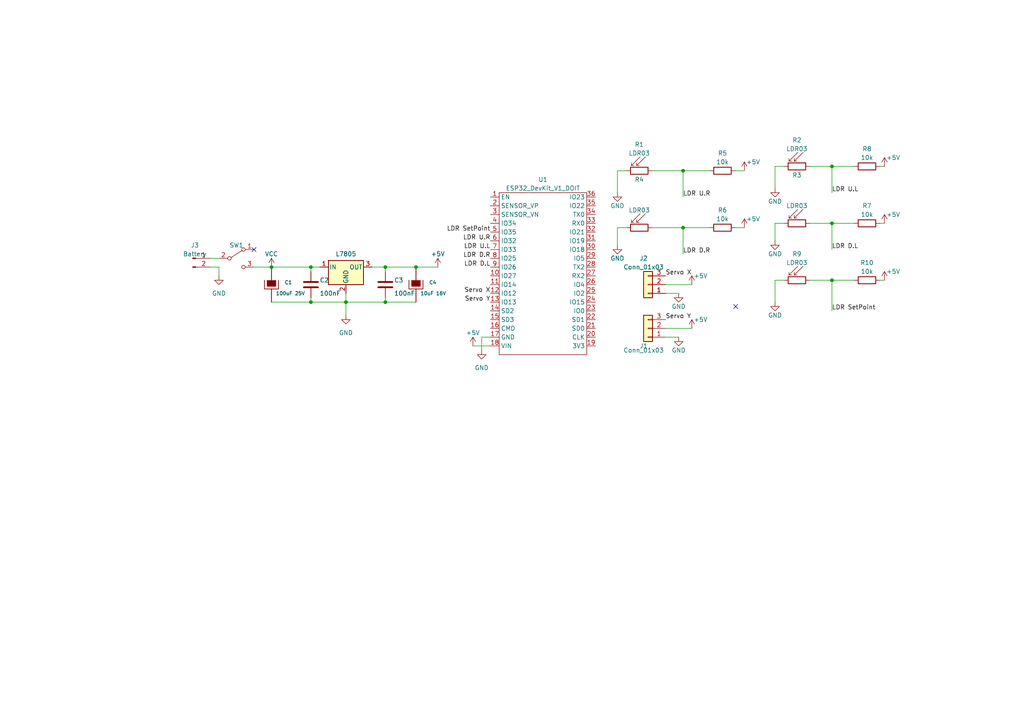
<source format=kicad_sch>
(kicad_sch (version 20230121) (generator eeschema)
  (paper "A4")
  (lib_symbols
    (symbol "Connector:Conn_01x02_Pin" (pin_names (offset 1.016) hide)
      (property "Reference" "J" (at 0 2.54 0))
      (property "Value" "Conn_01x02_Pin" (at 0 -5.08 0))
      (symbol "Conn_01x02_Pin_1_1"
        (polyline (pts (xy 1.27 -2.54) (xy 0.8636 -2.54)) (stroke (width 0.1524)))
        (polyline (pts (xy 1.27 0) (xy 0.8636 0)) (stroke (width 0.1524)))
        (rectangle (start 0.8636 -2.413) (end 0 -2.667) (stroke (width 0.1524)) (fill (type outline)))
        (rectangle (start 0.8636 0.127) (end 0 -0.127) (stroke (width 0.1524)) (fill (type outline)))
        (pin passive line (at 5.08 0 180) (length 3.81) (name "Pin_1") (number "1"))
        (pin passive line (at 5.08 -2.54 180) (length 3.81) (name "Pin_2") (number "2"))
      )
    )
    (symbol "Connector_Generic:Conn_01x03" (pin_names (offset 1.016) hide)
      (property "Reference" "J" (at 0 5.08 0))
      (property "Value" "Conn_01x03" (at 0 -5.08 0))
      (symbol "Conn_01x03_1_1"
        (rectangle (start -1.27 -2.413) (end 0 -2.667) (stroke (width 0.1524)))
        (rectangle (start -1.27 0.127) (end 0 -0.127) (stroke (width 0.1524)))
        (rectangle (start -1.27 2.667) (end 0 2.413) (stroke (width 0.1524)))
        (rectangle (start -1.27 3.81) (end 1.27 -3.81) (stroke (width 0.254)) (fill (type background)))
        (pin passive line (at -5.08 2.54 0) (length 3.81) (name "Pin_1") (number "1"))
        (pin passive line (at -5.08 0 0) (length 3.81) (name "Pin_2") (number "2"))
        (pin passive line (at -5.08 -2.54 0) (length 3.81) (name "Pin_3") (number "3"))
      )
    )
    (symbol "Device:C" (pin_numbers hide) (pin_names (offset 0.254))
      (property "Reference" "C" (at 0.635 2.54 0))
      (property "Value" "C" (at 0.635 -2.54 0))
      (symbol "C_0_1"
        (polyline (pts (xy -2.032 -0.762) (xy 2.032 -0.762)) (stroke (width 0.508)))
        (polyline (pts (xy -2.032 0.762) (xy 2.032 0.762)) (stroke (width 0.508)))
      )
      (symbol "C_1_1"
        (pin passive line (at 0 3.81 270) (length 2.794) (name "~") (number "1"))
        (pin passive line (at 0 -3.81 90) (length 2.794) (name "~") (number "2"))
      )
    )
    (symbol "Device:R" (pin_numbers hide) (pin_names (offset 0))
      (property "Reference" "R" (at 2.032 0 90))
      (property "Value" "R" (at 0 0 90))
      (symbol "R_0_1"
        (rectangle (start -1.016 -2.54) (end 1.016 2.54) (stroke (width 0.254)))
      )
      (symbol "R_1_1"
        (pin passive line (at 0 3.81 270) (length 1.27) (name "~") (number "1"))
        (pin passive line (at 0 -3.81 90) (length 1.27) (name "~") (number "2"))
      )
    )
    (symbol "EEST N°5:CAPAPOL" (pin_numbers hide) (pin_names (offset 0.254) hide)
      (property "Reference" "C" (at 1.27 2.54 0))
      (property "Value" "CAPAPOL" (at 1.27 -2.54 0))
      (symbol "CAPAPOL_0_1"
        (polyline (pts (xy -2.032 1.27) (xy -2.032 -1.27) (xy 2.032 -1.27) (xy 2.032 1.27)) (stroke (width 0.2032)))
        (polyline (pts (xy -1.27 1.27) (xy -1.27 -0.508) (xy 1.27 -0.508) (xy 1.27 1.27)) (fill (type outline)))
      )
      (symbol "CAPAPOL_1_1"
        (pin passive line (at 0 5.08 270) (length 3.81) (name "~") (number "1"))
        (pin passive line (at 0 -5.08 90) (length 3.81) (name "~") (number "2"))
      )
    )
    (symbol "EEST N°5:ESP32_DevKit_V1_DOIT"
      (property "Reference" "U" (at -11.43 34.29 0))
      (property "Value" "ESP32_DevKit_V1_DOIT" (at 11.43 34.29 0))
      (symbol "ESP32_DevKit_V1_DOIT_0_0"
        (pin bidirectional line (at 15.24 25.4 180) (length 2.54) (name "TX0") (number "34"))
        (pin bidirectional line (at 15.24 27.94 180) (length 2.54) (name "IO22") (number "35"))
        (pin bidirectional line (at 15.24 30.48 180) (length 2.54) (name "IO23") (number "36"))
      )
      (symbol "ESP32_DevKit_V1_DOIT_0_1"
        (rectangle (start -12.7 31.75) (end 12.7 -15.24))
      )
      (symbol "ESP32_DevKit_V1_DOIT_1_1"
        (pin input line (at -15.24 30.48 0) (length 2.54) (name "EN") (number "1"))
        (pin bidirectional line (at -15.24 7.62 0) (length 2.54) (name "IO27") (number "10"))
        (pin bidirectional line (at -15.24 5.08 0) (length 2.54) (name "IO14") (number "11"))
        (pin bidirectional line (at -15.24 2.54 0) (length 2.54) (name "IO12") (number "12"))
        (pin bidirectional line (at -15.24 0 0) (length 2.54) (name "IO13") (number "13"))
        (pin bidirectional line (at -15.24 -2.54 0) (length 2.54) (name "SD2") (number "14"))
        (pin bidirectional line (at -15.24 -5.08 0) (length 2.54) (name "SD3") (number "15"))
        (pin bidirectional line (at -15.24 -7.62 0) (length 2.54) (name "CMD") (number "16"))
        (pin power_in line (at -15.24 -10.16 0) (length 2.54) (name "GND") (number "17"))
        (pin power_in line (at -15.24 -12.7 0) (length 2.54) (name "VIN") (number "18"))
        (pin power_in line (at 15.24 -12.7 180) (length 2.54) (name "3V3") (number "19"))
        (pin input line (at -15.24 27.94 0) (length 2.54) (name "SENSOR_VP") (number "2"))
        (pin bidirectional line (at 15.24 -10.16 180) (length 2.54) (name "CLK") (number "20"))
        (pin bidirectional line (at 15.24 -7.62 180) (length 2.54) (name "SD0") (number "21"))
        (pin bidirectional line (at 15.24 -5.08 180) (length 2.54) (name "SD1") (number "22"))
        (pin bidirectional line (at 15.24 -2.54 180) (length 2.54) (name "IO0") (number "23"))
        (pin bidirectional line (at 15.24 0 180) (length 2.54) (name "IO15") (number "24"))
        (pin bidirectional line (at 15.24 2.54 180) (length 2.54) (name "IO2") (number "25"))
        (pin bidirectional line (at 15.24 5.08 180) (length 2.54) (name "IO4") (number "26"))
        (pin bidirectional line (at 15.24 7.62 180) (length 2.54) (name "RX2") (number "27"))
        (pin bidirectional line (at 15.24 10.16 180) (length 2.54) (name "TX2") (number "28"))
        (pin bidirectional line (at 15.24 12.7 180) (length 2.54) (name "IO5") (number "29"))
        (pin input line (at -15.24 25.4 0) (length 2.54) (name "SENSOR_VN") (number "3"))
        (pin bidirectional line (at 15.24 15.24 180) (length 2.54) (name "IO18") (number "30"))
        (pin bidirectional line (at 15.24 17.78 180) (length 2.54) (name "IO19") (number "31"))
        (pin bidirectional line (at 15.24 20.32 180) (length 2.54) (name "IO21") (number "32"))
        (pin bidirectional line (at 15.24 22.86 180) (length 2.54) (name "RX0") (number "33"))
        (pin input line (at -15.24 22.86 0) (length 2.54) (name "IO34") (number "4"))
        (pin input line (at -15.24 20.32 0) (length 2.54) (name "IO35") (number "5"))
        (pin bidirectional line (at -15.24 17.78 0) (length 2.54) (name "IO32") (number "6"))
        (pin bidirectional line (at -15.24 15.24 0) (length 2.54) (name "IO33") (number "7"))
        (pin bidirectional line (at -15.24 12.7 0) (length 2.54) (name "IO25") (number "8"))
        (pin bidirectional line (at -15.24 10.16 0) (length 2.54) (name "IO26") (number "9"))
      )
    )
    (symbol "EEST N°5:SW_SPDT" (pin_names (offset 0) hide)
      (property "Reference" "SW" (at 0 4.318 0))
      (symbol "SW_SPDT_0_0"
        (circle (center -2.032 0) (radius 0.508))
        (circle (center 2.032 -2.54) (radius 0.508))
      )
      (symbol "SW_SPDT_0_1"
        (polyline (pts (xy -1.524 0.254) (xy 1.651 2.286)))
        (circle (center 2.032 2.54) (radius 0.508))
      )
      (symbol "SW_SPDT_1_1"
        (pin passive line (at 5.08 2.54 180) (length 2.54) (name "A") (number "1"))
        (pin passive line (at -5.08 0 0) (length 2.54) (name "B") (number "2"))
        (pin passive line (at 5.08 -2.54 180) (length 2.54) (name "C") (number "3"))
      )
    )
    (symbol "Regulator_Linear:L7805" (pin_names (offset 0.254))
      (property "Reference" "U" (at -3.81 3.175 0))
      (property "Value" "L7805" (at 0 3.175 0))
      (symbol "L7805_0_1"
        (rectangle (start -5.08 1.905) (end 5.08 -5.08) (stroke (width 0.254)) (fill (type background)))
      )
      (symbol "L7805_1_1"
        (pin power_in line (at -7.62 0 0) (length 2.54) (name "IN") (number "1"))
        (pin power_in line (at 0 -7.62 90) (length 2.54) (name "GND") (number "2"))
        (pin power_out line (at 7.62 0 180) (length 2.54) (name "OUT") (number "3"))
      )
    )
    (symbol "Sensor_Optical:LDR03" (pin_numbers hide) (pin_names (offset 0))
      (property "Reference" "R" (at -5.08 0 90))
      (property "Value" "LDR03" (at 1.905 0 90))
      (symbol "LDR03_0_1"
        (rectangle (start -1.016 2.54) (end 1.016 -2.54) (stroke (width 0.254)))
        (polyline (pts (xy -1.524 -2.286) (xy -4.064 0.254)))
        (polyline (pts (xy -1.524 -2.286) (xy -2.286 -2.286)))
        (polyline (pts (xy -1.524 -2.286) (xy -1.524 -1.524)))
        (polyline (pts (xy -1.524 -0.762) (xy -4.064 1.778)))
        (polyline (pts (xy -1.524 -0.762) (xy -2.286 -0.762)))
        (polyline (pts (xy -1.524 -0.762) (xy -1.524 0)))
      )
      (symbol "LDR03_1_1"
        (pin passive line (at 0 3.81 270) (length 1.27) (name "~") (number "1"))
        (pin passive line (at 0 -3.81 90) (length 1.27) (name "~") (number "2"))
      )
    )
    (symbol "power:+5V" (power) (pin_names (offset 0))
      (property "Value" "+5V" (at 0 3.556 0))
      (symbol "+5V_0_1"
        (polyline (pts (xy -0.762 1.27) (xy 0 2.54)))
        (polyline (pts (xy 0 0) (xy 0 2.54)))
        (polyline (pts (xy 0 2.54) (xy 0.762 1.27)))
      )
      (symbol "+5V_1_1"
        (pin power_in line (at 0 0 90) (length 0) hide (name "+5V") (number "1"))
      )
    )
    (symbol "power:GND" (power) (pin_names (offset 0))
      (property "Value" "GND" (at 0 -3.81 0))
      (symbol "GND_0_1"
        (polyline (pts (xy 0 0) (xy 0 -1.27) (xy 1.27 -1.27) (xy 0 -2.54) (xy -1.27 -1.27) (xy 0 -1.27)))
      )
      (symbol "GND_1_1"
        (pin power_in line (at 0 0 270) (length 0) hide (name "GND") (number "1"))
      )
    )
    (symbol "power:VCC" (power) (pin_names (offset 0))
      (property "Value" "VCC" (at 0 3.81 0))
      (symbol "VCC_0_1"
        (polyline (pts (xy -0.762 1.27) (xy 0 2.54)))
        (polyline (pts (xy 0 0) (xy 0 2.54)))
        (polyline (pts (xy 0 2.54) (xy 0.762 1.27)))
      )
      (symbol "VCC_1_1"
        (pin power_in line (at 0 0 90) (length 0) hide (name "VCC") (number "1"))
      )
    )
  )
  (junction (at 78.74 77.47))
  (junction (at 120.65 77.47))
  (junction (at 100.33 87.63))
  (junction (at 90.17 87.63))
  (junction (at 198.12 49.53))
  (junction (at 241.3 48.26))
  (junction (at 198.12 66.04))
  (junction (at 111.76 77.47))
  (junction (at 241.3 81.28))
  (junction (at 241.3 64.77))
  (junction (at 90.17 77.47))
  (junction (at 111.76 87.63))
  (no_connect (at 73.66 72.39))
  (no_connect (at 213.36 88.9))
  (wire (pts (xy 107.95 77.47) (xy 111.76 77.47)))
  (wire (pts (xy 193.04 82.55) (xy 200.66 82.55)))
  (wire (pts (xy 111.76 77.47) (xy 111.76 78.74)))
  (wire (pts (xy 100.33 87.63) (xy 111.76 87.63)))
  (wire (pts (xy 100.33 87.63) (xy 100.33 85.09)))
  (wire (pts (xy 255.27 48.26) (xy 256.54 48.26)))
  (wire (pts (xy 241.3 48.26) (xy 247.65 48.26)))
  (wire (pts (xy 90.17 87.63) (xy 100.33 87.63)))
  (wire (pts (xy 241.3 81.28) (xy 241.3 90.17)))
  (wire (pts (xy 120.65 77.47) (xy 127 77.47)))
  (wire (pts (xy 193.04 95.25) (xy 200.66 95.25)))
  (wire (pts (xy 224.79 81.28) (xy 227.33 81.28)))
  (wire (pts (xy 213.36 49.53) (xy 215.9 49.53)))
  (wire (pts (xy 90.17 77.47) (xy 92.71 77.47)))
  (wire (pts (xy 63.5 77.47) (xy 60.96 77.47)))
  (wire (pts (xy 224.79 64.77) (xy 227.33 64.77)))
  (wire (pts (xy 224.79 48.26) (xy 227.33 48.26)))
  (wire (pts (xy 241.3 81.28) (xy 247.65 81.28)))
  (wire (pts (xy 63.5 74.93) (xy 60.96 74.93)))
  (wire (pts (xy 198.12 49.53) (xy 198.12 57.15)))
  (wire (pts (xy 256.54 81.28) (xy 255.27 81.28)))
  (wire (pts (xy 193.04 97.79) (xy 196.85 97.79)))
  (wire (pts (xy 198.12 66.04) (xy 198.12 73.66)))
  (wire (pts (xy 137.16 100.33) (xy 142.24 100.33)))
  (wire (pts (xy 179.07 49.53) (xy 181.61 49.53)))
  (wire (pts (xy 241.3 48.26) (xy 241.3 55.88)))
  (wire (pts (xy 78.74 87.63) (xy 90.17 87.63)))
  (wire (pts (xy 234.95 81.28) (xy 241.3 81.28)))
  (wire (pts (xy 198.12 66.04) (xy 205.74 66.04)))
  (wire (pts (xy 179.07 66.04) (xy 181.61 66.04)))
  (wire (pts (xy 224.79 54.61) (xy 224.79 48.26)))
  (wire (pts (xy 111.76 77.47) (xy 120.65 77.47)))
  (wire (pts (xy 234.95 48.26) (xy 241.3 48.26)))
  (wire (pts (xy 213.36 66.04) (xy 215.9 66.04)))
  (wire (pts (xy 90.17 86.36) (xy 90.17 87.63)))
  (wire (pts (xy 189.23 66.04) (xy 198.12 66.04)))
  (wire (pts (xy 78.74 77.47) (xy 90.17 77.47)))
  (wire (pts (xy 63.5 80.01) (xy 63.5 77.47)))
  (wire (pts (xy 224.79 69.85) (xy 224.79 64.77)))
  (wire (pts (xy 73.66 77.47) (xy 78.74 77.47)))
  (wire (pts (xy 255.27 64.77) (xy 256.54 64.77)))
  (wire (pts (xy 179.07 71.12) (xy 179.07 66.04)))
  (wire (pts (xy 139.7 97.79) (xy 139.7 101.6)))
  (wire (pts (xy 142.24 97.79) (xy 139.7 97.79)))
  (wire (pts (xy 90.17 77.47) (xy 90.17 78.74)))
  (wire (pts (xy 189.23 49.53) (xy 198.12 49.53)))
  (wire (pts (xy 234.95 64.77) (xy 241.3 64.77)))
  (wire (pts (xy 111.76 87.63) (xy 120.65 87.63)))
  (wire (pts (xy 241.3 64.77) (xy 247.65 64.77)))
  (wire (pts (xy 193.04 85.09) (xy 196.85 85.09)))
  (wire (pts (xy 224.79 87.63) (xy 224.79 81.28)))
  (wire (pts (xy 241.3 64.77) (xy 241.3 72.39)))
  (wire (pts (xy 179.07 55.88) (xy 179.07 49.53)))
  (wire (pts (xy 100.33 91.44) (xy 100.33 87.63)))
  (wire (pts (xy 198.12 49.53) (xy 205.74 49.53)))
  (wire (pts (xy 111.76 86.36) (xy 111.76 87.63)))
  (label "Servo Y" (at 193.04 92.71 0))
  (label "LDR SetPoint" (at 241.3 90.17 0))
  (label "LDR D.L" (at 142.24 77.47 180))
  (label "LDR D.R" (at 198.12 73.66 0))
  (label "LDR SetPoint" (at 142.24 67.31 180))
  (label "LDR U.L" (at 241.3 55.88 0))
  (label "LDR U.R" (at 142.24 69.85 180))
  (label "Servo X" (at 142.24 85.09 180))
  (label "LDR D.L" (at 241.3 72.39 0))
  (label "Servo Y" (at 142.24 87.63 180))
  (label "LDR D.R" (at 142.24 74.93 180))
  (label "LDR U.L" (at 142.24 72.39 180))
  (label "LDR U.R" (at 198.12 57.15 0))
  (label "Servo X" (at 193.04 80.01 0))
  (symbol (lib_id "power:GND") (at 100.33 91.44 0) (unit 1)
    (property "Reference" "#PWR013" (effects hide))
    (property "Value" "GND" (at 100.33 96.52 0))
  )
  (symbol (lib_id "power:+5V") (at 200.66 82.55 0) (unit 1)
    (property "Reference" "#PWR03" (effects hide))
    (property "Value" "+5V" (at 203.2 80.01 0))
  )
  (symbol (lib_id "power:GND") (at 196.85 85.09 0) (unit 1)
    (property "Reference" "#PWR06" (effects hide))
    (property "Value" "GND" (at 196.85 88.9 0))
  )
  (symbol (lib_id "Connector:Conn_01x02_Pin") (at 55.88 74.93 0) (unit 1)
    (property "Reference" "J3" (at 56.515 71.12 0))
    (property "Value" "Battery" (at 56.515 73.66 0))
    (property "Footprint" "EESTN5:BORNERA2" (effects hide))
  )
  (symbol (lib_id "power:GND") (at 179.07 71.12 0) (unit 1)
    (property "Reference" "#PWR015" (effects hide))
    (property "Value" "GND" (at 179.07 74.93 0))
  )
  (symbol (lib_id "Connector_Generic:Conn_01x03") (at 187.96 82.55 180) (unit 1)
    (property "Reference" "J2" (at 186.69 74.93 0))
    (property "Value" "Conn_01x03" (at 186.69 77.47 0))
    (property "Footprint" "EESTN5:Pin_Header_3" (effects hide))
  )
  (symbol (lib_id "power:GND") (at 139.7 101.6 0) (unit 1)
    (property "Reference" "#PWR02" (effects hide))
    (property "Value" "GND" (at 139.7 106.68 0))
  )
  (symbol (lib_id "power:GND") (at 179.07 55.88 0) (unit 1)
    (property "Reference" "#PWR010" (effects hide))
    (property "Value" "GND" (at 179.07 59.69 0))
  )
  (symbol (lib_id "EEST N°5:CAPAPOL") (at 120.65 82.55 0) (unit 1)
    (property "Reference" "C4" (at 124.46 81.915 0) (effects (font (size 1.016 1.016)) (justify left)))
    (property "Value" "10uF 16V" (at 121.92 85.09 0) (effects (font (size 1.016 1.016)) (justify left)))
    (property "Footprint" "EESTN5:CAP_ELEC_5x11mm" (effects hide))
  )
  (symbol (lib_id "Sensor_Optical:LDR03") (at 231.14 64.77 270) (unit 1)
    (property "Reference" "R3" (at 231.14 50.8 90))
    (property "Value" "LDR03" (at 231.14 59.69 90))
    (property "Footprint" "OptoDevice:R_LDR_4.9x4.2mm_P2.54mm_Vertical" (effects hide))
    (property "Datasheet" "http://www.elektronica-componenten.nl/WebRoot/StoreNL/Shops/61422969/54F1/BA0C/C664/31B9/2173/C0A8/2AB9/2AEF/LDR03IMP.pdf" (effects hide))
  )
  (symbol (lib_id "Sensor_Optical:LDR03") (at 231.14 81.28 270) (unit 1)
    (property "Reference" "R9" (at 231.14 73.66 90))
    (property "Value" "LDR03" (at 231.14 76.2 90))
    (property "Footprint" "OptoDevice:R_LDR_5.0x4.1mm_P3mm_Vertical" (effects hide))
    (property "Datasheet" "http://www.elektronica-componenten.nl/WebRoot/StoreNL/Shops/61422969/54F1/BA0C/C664/31B9/2173/C0A8/2AB9/2AEF/LDR03IMP.pdf" (effects hide))
  )
  (symbol (lib_id "power:GND") (at 224.79 87.63 0) (unit 1)
    (property "Reference" "#PWR07" (effects hide))
    (property "Value" "GND" (at 224.79 91.44 0))
  )
  (symbol (lib_id "power:+5V") (at 256.54 64.77 0) (unit 1)
    (property "Reference" "#PWR019" (effects hide))
    (property "Value" "+5V" (at 259.08 62.23 0))
  )
  (symbol (lib_id "Device:C") (at 111.76 82.55 0) (unit 1)
    (property "Reference" "C3" (at 114.3 81.28 0) (effects (justify left)))
    (property "Value" "100nF" (at 114.3 85.09 0) (effects (justify left)))
    (property "Footprint" "EESTN5:CAP_0.1" (effects hide))
  )
  (symbol (lib_id "Device:R") (at 251.46 48.26 90) (unit 1)
    (property "Reference" "R8" (at 251.46 43.18 90))
    (property "Value" "10k" (at 251.46 45.72 90))
    (property "Footprint" "EESTN5:RES0.3" (effects hide))
  )
  (symbol (lib_id "power:VCC") (at 78.74 77.47 0) (unit 1)
    (property "Reference" "#PWR012" (effects hide))
    (property "Value" "VCC" (at 78.74 73.66 0))
  )
  (symbol (lib_id "Sensor_Optical:LDR03") (at 185.42 66.04 270) (unit 1)
    (property "Reference" "R4" (at 185.42 52.07 90))
    (property "Value" "LDR03" (at 185.42 60.96 90))
    (property "Footprint" "OptoDevice:R_LDR_4.9x4.2mm_P2.54mm_Vertical" (effects hide))
    (property "Datasheet" "http://www.elektronica-componenten.nl/WebRoot/StoreNL/Shops/61422969/54F1/BA0C/C664/31B9/2173/C0A8/2AB9/2AEF/LDR03IMP.pdf" (effects hide))
  )
  (symbol (lib_id "power:+5V") (at 137.16 100.33 0) (unit 1)
    (property "Reference" "#PWR01" (effects hide))
    (property "Value" "+5V" (at 137.16 96.52 0))
  )
  (symbol (lib_id "power:GND") (at 63.5 80.01 0) (unit 1)
    (property "Reference" "#PWR011" (effects hide))
    (property "Value" "GND" (at 63.5 85.09 0))
  )
  (symbol (lib_id "power:GND") (at 224.79 54.61 0) (unit 1)
    (property "Reference" "#PWR09" (effects hide))
    (property "Value" "GND" (at 224.79 58.42 0))
  )
  (symbol (lib_id "power:GND") (at 224.79 69.85 0) (unit 1)
    (property "Reference" "#PWR08" (effects hide))
    (property "Value" "GND" (at 224.79 73.66 0))
  )
  (symbol (lib_id "Device:R") (at 209.55 66.04 90) (unit 1)
    (property "Reference" "R6" (at 209.55 60.96 90))
    (property "Value" "10k" (at 209.55 63.5 90))
    (property "Footprint" "EESTN5:RES0.3" (effects hide))
  )
  (symbol (lib_id "Device:R") (at 251.46 81.28 90) (unit 1)
    (property "Reference" "R10" (at 251.46 76.2 90))
    (property "Value" "10k" (at 251.46 78.74 90))
    (property "Footprint" "EESTN5:RES0.3" (effects hide))
  )
  (symbol (lib_id "EEST N°5:SW_SPDT") (at 68.58 74.93 0) (unit 1)
    (property "Reference" "SW1" (at 68.58 71.12 0))
    (property "Value" "SW_SPDT" (effects hide))
    (property "Footprint" "EESTN5:SW_SPDT_TH_Vertical" (effects hide))
  )
  (symbol (lib_id "power:GND") (at 196.85 97.79 0) (unit 1)
    (property "Reference" "#PWR05" (effects hide))
    (property "Value" "GND" (at 196.85 101.6 0))
  )
  (symbol (lib_id "Device:R") (at 209.55 49.53 90) (unit 1)
    (property "Reference" "R5" (at 209.55 44.45 90))
    (property "Value" "10k" (at 209.55 46.99 90))
    (property "Footprint" "EESTN5:RES0.3" (effects hide))
  )
  (symbol (lib_id "Device:C") (at 90.17 82.55 0) (unit 1)
    (property "Reference" "C2" (at 92.71 81.28 0) (effects (justify left)))
    (property "Value" "100nF" (at 92.71 85.09 0) (effects (justify left)))
    (property "Footprint" "EESTN5:CAP_0.1" (effects hide))
  )
  (symbol (lib_id "EEST N°5:CAPAPOL") (at 78.74 82.55 0) (unit 1)
    (property "Reference" "C1" (at 82.55 81.915 0) (effects (font (size 1.016 1.016)) (justify left)))
    (property "Value" "100uF 25V" (at 80.01 85.09 0) (effects (font (size 1.016 1.016)) (justify left)))
    (property "Footprint" "EESTN5:CAP_ELEC_5x11mm" (effects hide))
  )
  (symbol (lib_id "Device:R") (at 251.46 64.77 90) (unit 1)
    (property "Reference" "R7" (at 251.46 59.69 90))
    (property "Value" "10k" (at 251.46 62.23 90))
    (property "Footprint" "EESTN5:RES0.3" (effects hide))
  )
  (symbol (lib_id "power:+5V") (at 127 77.47 0) (unit 1)
    (property "Reference" "#PWR014" (effects hide))
    (property "Value" "+5V" (at 127 73.66 0))
  )
  (symbol (lib_id "power:+5V") (at 215.9 66.04 0) (unit 1)
    (property "Reference" "#PWR016" (effects hide))
    (property "Value" "+5V" (at 218.44 63.5 0))
  )
  (symbol (lib_id "Connector_Generic:Conn_01x03") (at 187.96 95.25 180) (unit 1)
    (property "Reference" "J1" (at 186.69 100.33 0))
    (property "Value" "Conn_01x03" (at 186.69 101.6 0))
    (property "Footprint" "EESTN5:Pin_Header_3" (effects hide))
  )
  (symbol (lib_id "Sensor_Optical:LDR03") (at 231.14 48.26 270) (unit 1)
    (property "Reference" "R2" (at 231.14 40.64 90))
    (property "Value" "LDR03" (at 231.14 43.18 90))
    (property "Footprint" "OptoDevice:R_LDR_4.9x4.2mm_P2.54mm_Vertical" (effects hide))
    (property "Datasheet" "http://www.elektronica-componenten.nl/WebRoot/StoreNL/Shops/61422969/54F1/BA0C/C664/31B9/2173/C0A8/2AB9/2AEF/LDR03IMP.pdf" (effects hide))
  )
  (symbol (lib_id "power:+5V") (at 256.54 48.26 0) (unit 1)
    (property "Reference" "#PWR018" (effects hide))
    (property "Value" "+5V" (at 259.08 45.72 0))
  )
  (symbol (lib_id "power:+5V") (at 200.66 95.25 0) (unit 1)
    (property "Reference" "#PWR04" (effects hide))
    (property "Value" "+5V" (at 203.2 92.71 0))
  )
  (symbol (lib_id "Sensor_Optical:LDR03") (at 185.42 49.53 270) (unit 1)
    (property "Reference" "R1" (at 185.42 41.91 90))
    (property "Value" "LDR03" (at 185.42 44.45 90))
    (property "Footprint" "OptoDevice:R_LDR_4.9x4.2mm_P2.54mm_Vertical" (effects hide))
    (property "Datasheet" "http://www.elektronica-componenten.nl/WebRoot/StoreNL/Shops/61422969/54F1/BA0C/C664/31B9/2173/C0A8/2AB9/2AEF/LDR03IMP.pdf" (effects hide))
  )
  (symbol (lib_id "power:+5V") (at 256.54 81.28 0) (unit 1)
    (property "Reference" "#PWR020" (effects hide))
    (property "Value" "+5V" (at 259.08 78.74 0))
  )
  (symbol (lib_id "power:+5V") (at 215.9 49.53 0) (unit 1)
    (property "Reference" "#PWR017" (effects hide))
    (property "Value" "+5V" (at 218.44 46.99 0))
  )
  (symbol (lib_id "Regulator_Linear:L7805") (at 100.33 77.47 0) (unit 1)
    (property "Reference" "U2" (effects hide))
    (property "Value" "L7805" (at 100.33 73.66 0))
    (property "Footprint" "EESTN5:TO-220" (effects hide))
    (property "Datasheet" "http://www.st.com/content/ccc/resource/technical/document/datasheet/41/4f/b3/b0/12/d4/47/88/CD00000444.pdf/files/CD00000444.pdf/jcr:content/translations/en.CD00000444.pdf" (effects hide))
  )
  (symbol (lib_id "EEST N°5:ESP32_DevKit_V1_DOIT") (at 157.48 87.63 0) (unit 1)
    (property "Reference" "U1" (at 157.48 52.07 0))
    (property "Value" "ESP32_DevKit_V1_DOIT" (at 157.48 54.61 0))
    (property "Footprint" "EESTN5:ESP32_DEVKIT_V1_DOIT" (effects hide))
  )
)
</source>
